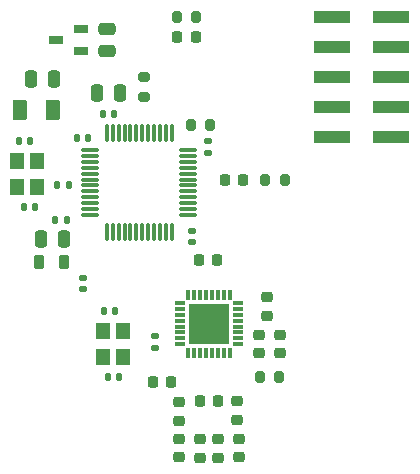
<source format=gbr>
%TF.GenerationSoftware,KiCad,Pcbnew,(6.0.4)*%
%TF.CreationDate,2022-08-25T17:00:53-03:00*%
%TF.ProjectId,rf-system-transmitter,72662d73-7973-4746-956d-2d7472616e73,rev?*%
%TF.SameCoordinates,Original*%
%TF.FileFunction,Paste,Top*%
%TF.FilePolarity,Positive*%
%FSLAX46Y46*%
G04 Gerber Fmt 4.6, Leading zero omitted, Abs format (unit mm)*
G04 Created by KiCad (PCBNEW (6.0.4)) date 2022-08-25 17:00:53*
%MOMM*%
%LPD*%
G01*
G04 APERTURE LIST*
G04 Aperture macros list*
%AMRoundRect*
0 Rectangle with rounded corners*
0 $1 Rounding radius*
0 $2 $3 $4 $5 $6 $7 $8 $9 X,Y pos of 4 corners*
0 Add a 4 corners polygon primitive as box body*
4,1,4,$2,$3,$4,$5,$6,$7,$8,$9,$2,$3,0*
0 Add four circle primitives for the rounded corners*
1,1,$1+$1,$2,$3*
1,1,$1+$1,$4,$5*
1,1,$1+$1,$6,$7*
1,1,$1+$1,$8,$9*
0 Add four rect primitives between the rounded corners*
20,1,$1+$1,$2,$3,$4,$5,0*
20,1,$1+$1,$4,$5,$6,$7,0*
20,1,$1+$1,$6,$7,$8,$9,0*
20,1,$1+$1,$8,$9,$2,$3,0*%
G04 Aperture macros list end*
%ADD10RoundRect,0.218750X-0.218750X-0.381250X0.218750X-0.381250X0.218750X0.381250X-0.218750X0.381250X0*%
%ADD11RoundRect,0.225000X-0.250000X0.225000X-0.250000X-0.225000X0.250000X-0.225000X0.250000X0.225000X0*%
%ADD12R,1.200000X1.400000*%
%ADD13RoundRect,0.140000X-0.170000X0.140000X-0.170000X-0.140000X0.170000X-0.140000X0.170000X0.140000X0*%
%ADD14RoundRect,0.225000X0.250000X-0.225000X0.250000X0.225000X-0.250000X0.225000X-0.250000X-0.225000X0*%
%ADD15RoundRect,0.250000X0.250000X0.475000X-0.250000X0.475000X-0.250000X-0.475000X0.250000X-0.475000X0*%
%ADD16RoundRect,0.200000X0.200000X0.275000X-0.200000X0.275000X-0.200000X-0.275000X0.200000X-0.275000X0*%
%ADD17RoundRect,0.140000X0.140000X0.170000X-0.140000X0.170000X-0.140000X-0.170000X0.140000X-0.170000X0*%
%ADD18RoundRect,0.218750X0.218750X0.256250X-0.218750X0.256250X-0.218750X-0.256250X0.218750X-0.256250X0*%
%ADD19RoundRect,0.200000X-0.200000X-0.275000X0.200000X-0.275000X0.200000X0.275000X-0.200000X0.275000X0*%
%ADD20RoundRect,0.200000X0.275000X-0.200000X0.275000X0.200000X-0.275000X0.200000X-0.275000X-0.200000X0*%
%ADD21RoundRect,0.140000X-0.140000X-0.170000X0.140000X-0.170000X0.140000X0.170000X-0.140000X0.170000X0*%
%ADD22RoundRect,0.218750X0.256250X-0.218750X0.256250X0.218750X-0.256250X0.218750X-0.256250X-0.218750X0*%
%ADD23RoundRect,0.135000X0.185000X-0.135000X0.185000X0.135000X-0.185000X0.135000X-0.185000X-0.135000X0*%
%ADD24R,0.300000X0.850000*%
%ADD25R,0.850000X0.300000*%
%ADD26R,3.400000X3.400000*%
%ADD27RoundRect,0.135000X-0.135000X-0.185000X0.135000X-0.185000X0.135000X0.185000X-0.135000X0.185000X0*%
%ADD28RoundRect,0.250000X-0.250000X-0.475000X0.250000X-0.475000X0.250000X0.475000X-0.250000X0.475000X0*%
%ADD29RoundRect,0.218750X-0.256250X0.218750X-0.256250X-0.218750X0.256250X-0.218750X0.256250X0.218750X0*%
%ADD30RoundRect,0.250000X-0.475000X0.250000X-0.475000X-0.250000X0.475000X-0.250000X0.475000X0.250000X0*%
%ADD31R,1.250000X0.650000*%
%ADD32RoundRect,0.075000X-0.662500X-0.075000X0.662500X-0.075000X0.662500X0.075000X-0.662500X0.075000X0*%
%ADD33RoundRect,0.075000X-0.075000X-0.662500X0.075000X-0.662500X0.075000X0.662500X-0.075000X0.662500X0*%
%ADD34RoundRect,0.225000X0.225000X0.250000X-0.225000X0.250000X-0.225000X-0.250000X0.225000X-0.250000X0*%
%ADD35R,3.150000X1.000000*%
%ADD36RoundRect,0.225000X-0.225000X-0.250000X0.225000X-0.250000X0.225000X0.250000X-0.225000X0.250000X0*%
%ADD37RoundRect,0.250000X-0.375000X-0.625000X0.375000X-0.625000X0.375000X0.625000X-0.375000X0.625000X0*%
G04 APERTURE END LIST*
D10*
%TO.C,FB1*%
X56537500Y-44750000D03*
X58662500Y-44750000D03*
%TD*%
D11*
%TO.C,C12*%
X68400000Y-59725000D03*
X68400000Y-61275000D03*
%TD*%
D12*
%TO.C,X1*%
X61950000Y-50600000D03*
X61950000Y-52800000D03*
X63650000Y-52800000D03*
X63650000Y-50600000D03*
%TD*%
D13*
%TO.C,C16*%
X70800000Y-34520000D03*
X70800000Y-35480000D03*
%TD*%
D14*
%TO.C,C10*%
X73300000Y-58075000D03*
X73300000Y-56525000D03*
%TD*%
D15*
%TO.C,C2*%
X57750000Y-29225000D03*
X55850000Y-29225000D03*
%TD*%
D16*
%TO.C,R3*%
X69837500Y-24000000D03*
X68187500Y-24000000D03*
%TD*%
D15*
%TO.C,C21*%
X58600000Y-42800000D03*
X56700000Y-42800000D03*
%TD*%
D17*
%TO.C,C20*%
X56180000Y-40100000D03*
X55220000Y-40100000D03*
%TD*%
D18*
%TO.C,D1*%
X69775000Y-25700000D03*
X68200000Y-25700000D03*
%TD*%
D19*
%TO.C,R6*%
X69375000Y-33100000D03*
X71025000Y-33100000D03*
%TD*%
D11*
%TO.C,C6*%
X76900000Y-50925000D03*
X76900000Y-52475000D03*
%TD*%
D14*
%TO.C,C3*%
X75800000Y-49275000D03*
X75800000Y-47725000D03*
%TD*%
D20*
%TO.C,R4*%
X65400000Y-30725000D03*
X65400000Y-29075000D03*
%TD*%
D21*
%TO.C,C15*%
X61920000Y-32200000D03*
X62880000Y-32200000D03*
%TD*%
D17*
%TO.C,C17*%
X60680000Y-34200000D03*
X59720000Y-34200000D03*
%TD*%
D22*
%TO.C,L3*%
X70100000Y-61287500D03*
X70100000Y-59712500D03*
%TD*%
D12*
%TO.C,X2*%
X54650000Y-36200000D03*
X54650000Y-38400000D03*
X56350000Y-38400000D03*
X56350000Y-36200000D03*
%TD*%
D23*
%TO.C,R1*%
X66300000Y-52010000D03*
X66300000Y-50990000D03*
%TD*%
D18*
%TO.C,L1*%
X71687500Y-56500000D03*
X70112500Y-56500000D03*
%TD*%
D11*
%TO.C,C9*%
X75100000Y-50925000D03*
X75100000Y-52475000D03*
%TD*%
D24*
%TO.C,IC1*%
X72650000Y-47500000D03*
X72150000Y-47500000D03*
X71650000Y-47500000D03*
X71150000Y-47500000D03*
X70650000Y-47500000D03*
X70150000Y-47500000D03*
X69650000Y-47500000D03*
X69150000Y-47500000D03*
D25*
X68450000Y-48200000D03*
X68450000Y-48700000D03*
X68450000Y-49200000D03*
X68450000Y-49700000D03*
X68450000Y-50200000D03*
X68450000Y-50700000D03*
X68450000Y-51200000D03*
X68450000Y-51700000D03*
D24*
X69150000Y-52400000D03*
X69650000Y-52400000D03*
X70150000Y-52400000D03*
X70650000Y-52400000D03*
X71150000Y-52400000D03*
X71650000Y-52400000D03*
X72150000Y-52400000D03*
X72650000Y-52400000D03*
D25*
X73350000Y-51700000D03*
X73350000Y-51200000D03*
X73350000Y-50700000D03*
X73350000Y-50200000D03*
X73350000Y-49700000D03*
X73350000Y-49200000D03*
X73350000Y-48700000D03*
X73350000Y-48200000D03*
D26*
X70900000Y-49950000D03*
%TD*%
D19*
%TO.C,R7*%
X75675000Y-37800000D03*
X77325000Y-37800000D03*
%TD*%
D27*
%TO.C,R5*%
X57990000Y-38200000D03*
X59010000Y-38200000D03*
%TD*%
D28*
%TO.C,C14*%
X61450000Y-30400000D03*
X63350000Y-30400000D03*
%TD*%
D16*
%TO.C,R2*%
X76825000Y-54500000D03*
X75175000Y-54500000D03*
%TD*%
D11*
%TO.C,C13*%
X73400000Y-59725000D03*
X73400000Y-61275000D03*
%TD*%
D29*
%TO.C,L2*%
X71700000Y-59712500D03*
X71700000Y-61287500D03*
%TD*%
D30*
%TO.C,C8*%
X62300000Y-25000000D03*
X62300000Y-26900000D03*
%TD*%
D31*
%TO.C,IC2*%
X60050000Y-26900000D03*
X60050000Y-25000000D03*
X57950000Y-25950000D03*
%TD*%
D21*
%TO.C,C4*%
X62020000Y-48900000D03*
X62980000Y-48900000D03*
%TD*%
D32*
%TO.C,U1*%
X60837500Y-35250000D03*
X60837500Y-35750000D03*
X60837500Y-36250000D03*
X60837500Y-36750000D03*
X60837500Y-37250000D03*
X60837500Y-37750000D03*
X60837500Y-38250000D03*
X60837500Y-38750000D03*
X60837500Y-39250000D03*
X60837500Y-39750000D03*
X60837500Y-40250000D03*
X60837500Y-40750000D03*
D33*
X62250000Y-42162500D03*
X62750000Y-42162500D03*
X63250000Y-42162500D03*
X63750000Y-42162500D03*
X64250000Y-42162500D03*
X64750000Y-42162500D03*
X65250000Y-42162500D03*
X65750000Y-42162500D03*
X66250000Y-42162500D03*
X66750000Y-42162500D03*
X67250000Y-42162500D03*
X67750000Y-42162500D03*
D32*
X69162500Y-40750000D03*
X69162500Y-40250000D03*
X69162500Y-39750000D03*
X69162500Y-39250000D03*
X69162500Y-38750000D03*
X69162500Y-38250000D03*
X69162500Y-37750000D03*
X69162500Y-37250000D03*
X69162500Y-36750000D03*
X69162500Y-36250000D03*
X69162500Y-35750000D03*
X69162500Y-35250000D03*
D33*
X67750000Y-33837500D03*
X67250000Y-33837500D03*
X66750000Y-33837500D03*
X66250000Y-33837500D03*
X65750000Y-33837500D03*
X65250000Y-33837500D03*
X64750000Y-33837500D03*
X64250000Y-33837500D03*
X63750000Y-33837500D03*
X63250000Y-33837500D03*
X62750000Y-33837500D03*
X62250000Y-33837500D03*
%TD*%
D34*
%TO.C,C7*%
X67675000Y-54900000D03*
X66125000Y-54900000D03*
%TD*%
D18*
%TO.C,D2*%
X73787500Y-37800000D03*
X72212500Y-37800000D03*
%TD*%
D21*
%TO.C,C19*%
X54820000Y-34500000D03*
X55780000Y-34500000D03*
%TD*%
D35*
%TO.C,J3*%
X86325000Y-34180000D03*
X81275000Y-34180000D03*
X86325000Y-31640000D03*
X81275000Y-31640000D03*
X86325000Y-29100000D03*
X81275000Y-29100000D03*
X86325000Y-26560000D03*
X81275000Y-26560000D03*
X86325000Y-24020000D03*
X81275000Y-24020000D03*
%TD*%
D13*
%TO.C,C18*%
X69500000Y-42070000D03*
X69500000Y-43030000D03*
%TD*%
%TO.C,C23*%
X60200000Y-46070000D03*
X60200000Y-47030000D03*
%TD*%
D36*
%TO.C,C1*%
X70025000Y-44600000D03*
X71575000Y-44600000D03*
%TD*%
D17*
%TO.C,C5*%
X63280000Y-54500000D03*
X62320000Y-54500000D03*
%TD*%
%TO.C,C22*%
X58860000Y-41200000D03*
X57900000Y-41200000D03*
%TD*%
D11*
%TO.C,C11*%
X68400000Y-56625000D03*
X68400000Y-58175000D03*
%TD*%
D37*
%TO.C,F1*%
X54900000Y-31825000D03*
X57700000Y-31825000D03*
%TD*%
M02*

</source>
